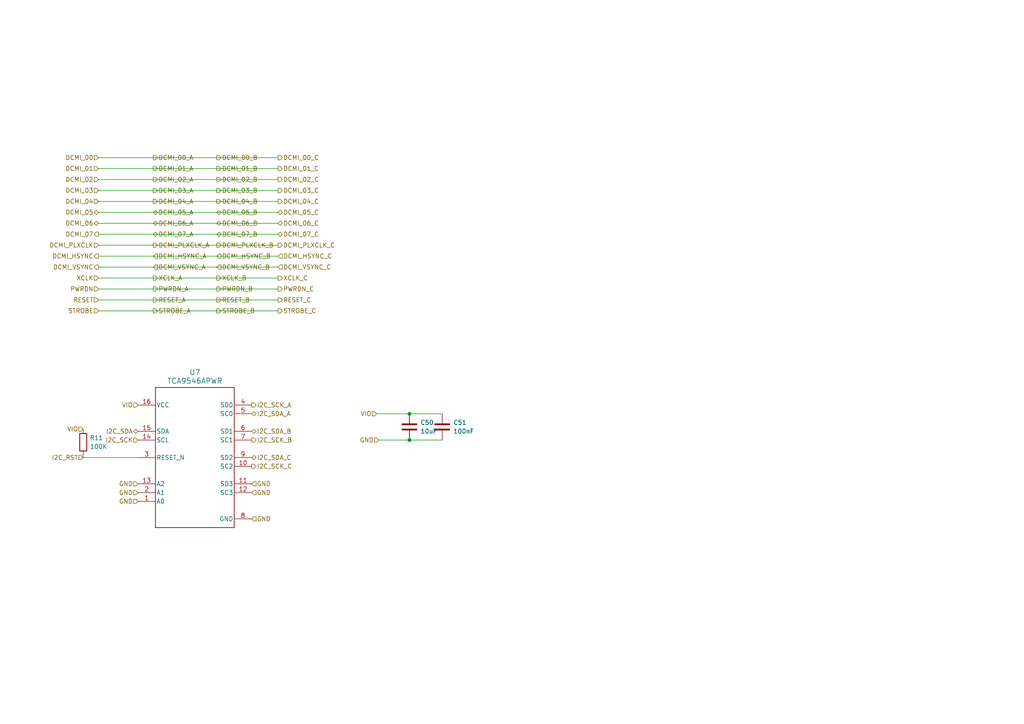
<source format=kicad_sch>
(kicad_sch (version 20250114) (generator "eeschema") (generator_version "9.0")
  (paper "A4")
  (lib_symbols
    (symbol "Common:TCA9546APWR" (pin_names (offset 0.254))
      (property "Reference" "U" (at 0 2.54 0))
      (property "Value" "TCA9546APWR" (at 0 0 0))
      (symbol "TCA9546APWR_0_1"
        (polyline (pts (xy 5.08 5.08) (xy 5.08 -35.56)) (stroke (width 0.2032)))
        (polyline (pts (xy 5.08 -35.56) (xy 27.94 -35.56)) (stroke (width 0.2032)))
        (polyline (pts (xy 27.94 5.08) (xy 5.08 5.08)) (stroke (width 0.2032)))
        (polyline (pts (xy 27.94 -35.56) (xy 27.94 5.08)) (stroke (width 0.2032)))
        (pin power_in line (at 0 0 0) (length 5.08) (name "VCC") (number "16"))
        (pin bidirectional line (at 0 -7.62 0) (length 5.08) (name "SDA") (number "15"))
        (pin bidirectional line (at 0 -10.16 0) (length 5.08) (name "SCL") (number "14"))
        (pin input line (at 0 -15.24 0) (length 5.08) (name "RESET_N") (number "3"))
        (pin input line (at 0 -22.86 0) (length 5.08) (name "A2") (number "13"))
        (pin input line (at 0 -25.4 0) (length 5.08) (name "A1") (number "2"))
        (pin input line (at 0 -27.94 0) (length 5.08) (name "A0") (number "1"))
        (pin bidirectional line (at 33.02 0 180) (length 5.08) (name "SD0") (number "4"))
        (pin bidirectional line (at 33.02 -2.54 180) (length 5.08) (name "SC0") (number "5"))
        (pin bidirectional line (at 33.02 -7.62 180) (length 5.08) (name "SD1") (number "6"))
        (pin bidirectional line (at 33.02 -10.16 180) (length 5.08) (name "SC1") (number "7"))
        (pin bidirectional line (at 33.02 -15.24 180) (length 5.08) (name "SD2") (number "9"))
        (pin bidirectional line (at 33.02 -17.78 180) (length 5.08) (name "SC2") (number "10"))
        (pin bidirectional line (at 33.02 -22.86 180) (length 5.08) (name "SD3") (number "11"))
        (pin bidirectional line (at 33.02 -25.4 180) (length 5.08) (name "SC3") (number "12"))
        (pin power_in line (at 33.02 -33.02 180) (length 5.08) (name "GND") (number "8"))
      )
    )
    (symbol "Device:C" (pin_numbers (hide yes)) (pin_names (offset 0.254))
      (property "Reference" "C" (at 0.635 2.54 0))
      (property "Value" "C" (at 0.635 -2.54 0))
      (symbol "C_0_1"
        (polyline (pts (xy -2.032 0.762) (xy 2.032 0.762)) (stroke (width 0.508)))
        (polyline (pts (xy -2.032 -0.762) (xy 2.032 -0.762)) (stroke (width 0.508)))
      )
      (symbol "C_1_1"
        (pin passive line (at 0 3.81 270) (length 2.794) (name "~") (number "1"))
        (pin passive line (at 0 -3.81 90) (length 2.794) (name "~") (number "2"))
      )
    )
    (symbol "Device:R" (pin_numbers (hide yes)) (pin_names (offset 0))
      (property "Reference" "R" (at 2.032 0 90))
      (property "Value" "R" (at 0 0 90))
      (symbol "R_0_1"
        (rectangle (start -1.016 -2.54) (end 1.016 2.54) (stroke (width 0.254)))
      )
      (symbol "R_1_1"
        (pin passive line (at 0 3.81 270) (length 1.27) (name "~") (number "1"))
        (pin passive line (at 0 -3.81 90) (length 1.27) (name "~") (number "2"))
      )
    )
  )
  (junction (at 118.745 127.635))
  (junction (at 118.745 120.015))
  (wire (pts (xy 28.575 64.77) (xy 80.645 64.77)))
  (wire (pts (xy 28.575 45.72) (xy 80.645 45.72)))
  (wire (pts (xy 118.745 120.015) (xy 128.27 120.015)))
  (wire (pts (xy 28.575 67.945) (xy 80.645 67.945)))
  (wire (pts (xy 28.575 48.895) (xy 80.645 48.895)))
  (wire (pts (xy 109.22 120.015) (xy 118.745 120.015)))
  (wire (pts (xy 28.575 80.645) (xy 80.645 80.645)))
  (wire (pts (xy 109.855 127.635) (xy 118.745 127.635)))
  (wire (pts (xy 118.745 127.635) (xy 128.27 127.635)))
  (wire (pts (xy 28.575 55.245) (xy 80.645 55.245)))
  (wire (pts (xy 28.575 90.17) (xy 80.645 90.17)))
  (wire (pts (xy 28.575 52.07) (xy 80.645 52.07)))
  (wire (pts (xy 28.575 83.82) (xy 80.645 83.82)))
  (wire (pts (xy 24.13 132.08) (xy 24.13 132.715)))
  (wire (pts (xy 28.575 71.12) (xy 80.645 71.12)))
  (wire (pts (xy 28.575 86.995) (xy 80.645 86.995)))
  (wire (pts (xy 40.005 132.715) (xy 24.13 132.715)))
  (wire (pts (xy 28.575 77.47) (xy 80.645 77.47)))
  (wire (pts (xy 28.575 61.595) (xy 80.645 61.595)))
  (wire (pts (xy 28.575 74.295) (xy 80.645 74.295)))
  (wire (pts (xy 28.575 58.42) (xy 80.645 58.42)))
  (hierarchical_label "VIO" (shape input) (at 40.005 117.475 180))
  (hierarchical_label "PWRDN" (shape input) (at 28.575 83.82 180))
  (hierarchical_label "I2C_SDA" (shape bidirectional) (at 40.005 125.095 180))
  (hierarchical_label "RESET_B" (shape output) (at 62.865 86.995 0))
  (hierarchical_label "DCMI_01_C" (shape output) (at 80.645 48.895 0))
  (hierarchical_label "PWRDN_C" (shape output) (at 80.645 83.82 0))
  (hierarchical_label "GND" (shape input) (at 40.005 145.415 180))
  (hierarchical_label "DCMI_05_B" (shape bidirectional) (at 62.865 61.595 0))
  (hierarchical_label "RESET_A" (shape output) (at 44.45 86.995 0))
  (hierarchical_label "DCMI_06_C" (shape bidirectional) (at 80.645 64.77 0))
  (hierarchical_label "DCMI_04_A" (shape output) (at 44.45 58.42 0))
  (hierarchical_label "DCMI_VSYNC_C" (shape input) (at 80.645 77.47 0))
  (hierarchical_label "DCMI_HSYNC_C" (shape input) (at 80.645 74.295 0))
  (hierarchical_label "DCMI_05_A" (shape bidirectional) (at 44.45 61.595 0))
  (hierarchical_label "DCMI_06_A" (shape bidirectional) (at 44.45 64.77 0))
  (hierarchical_label "XCLK_C" (shape output) (at 80.645 80.645 0))
  (hierarchical_label "DCMI_01" (shape input) (at 28.575 48.895 180))
  (hierarchical_label "I2C_SCK_A" (shape output) (at 73.025 117.475 0))
  (hierarchical_label "DCMI_07" (shape output) (at 28.575 67.945 180))
  (hierarchical_label "XCLK_A" (shape output) (at 44.45 80.645 0))
  (hierarchical_label "I2C_SCK" (shape input) (at 40.005 127.635 180))
  (hierarchical_label "DCMI_00_B" (shape output) (at 62.865 45.72 0))
  (hierarchical_label "DCMI_01_B" (shape output) (at 62.865 48.895 0))
  (hierarchical_label "DCMI_07_A" (shape bidirectional) (at 44.45 67.945 0))
  (hierarchical_label "DCMI_VSYNC" (shape output) (at 28.575 77.47 180))
  (hierarchical_label "DCMI_PLXCLK_B" (shape output) (at 62.865 71.12 0))
  (hierarchical_label "DCMI_06_B" (shape bidirectional) (at 62.865 64.77 0))
  (hierarchical_label "DCMI_02_A" (shape output) (at 44.45 52.07 0))
  (hierarchical_label "VIO" (shape input) (at 24.13 124.46 180))
  (hierarchical_label "RESET" (shape input) (at 28.575 86.995 180))
  (hierarchical_label "XCLK_B" (shape output) (at 62.865 80.645 0))
  (hierarchical_label "DCMI_03_A" (shape output) (at 44.45 55.245 0))
  (hierarchical_label "GND" (shape input) (at 40.005 140.335 180))
  (hierarchical_label "DCMI_07_B" (shape bidirectional) (at 62.865 67.945 0))
  (hierarchical_label "STROBE_C" (shape output) (at 80.645 90.17 0))
  (hierarchical_label "DCMI_00_A" (shape output) (at 44.45 45.72 0))
  (hierarchical_label "I2C_SDA_B" (shape bidirectional) (at 73.025 125.095 0))
  (hierarchical_label "I2C_SCK_B" (shape output) (at 73.025 127.635 0))
  (hierarchical_label "GND" (shape input) (at 40.005 142.875 180))
  (hierarchical_label "I2C_RST" (shape input) (at 24.13 132.715 180))
  (hierarchical_label "DCMI_04_B" (shape output) (at 62.865 58.42 0))
  (hierarchical_label "DCMI_HSYNC_A" (shape input) (at 44.45 74.295 0))
  (hierarchical_label "DCMI_01_A" (shape output) (at 44.45 48.895 0))
  (hierarchical_label "DCMI_06" (shape bidirectional) (at 28.575 64.77 180))
  (hierarchical_label "DCMI_04_C" (shape output) (at 80.645 58.42 0))
  (hierarchical_label "GND" (shape input) (at 73.025 150.495 0))
  (hierarchical_label "DCMI_02" (shape input) (at 28.575 52.07 180))
  (hierarchical_label "XCLK" (shape input) (at 28.575 80.645 180))
  (hierarchical_label "RESET_C" (shape output) (at 80.645 86.995 0))
  (hierarchical_label "I2C_SDA_C" (shape bidirectional) (at 73.025 132.715 0))
  (hierarchical_label "STROBE" (shape input) (at 28.575 90.17 180))
  (hierarchical_label "DCMI_07_C" (shape bidirectional) (at 80.645 67.945 0))
  (hierarchical_label "GND" (shape input) (at 109.855 127.635 180))
  (hierarchical_label "I2C_SDA_A" (shape bidirectional) (at 73.025 120.015 0))
  (hierarchical_label "PWRDN_B" (shape output) (at 62.865 83.82 0))
  (hierarchical_label "DCMI_PLXCLK" (shape input) (at 28.575 71.12 180))
  (hierarchical_label "DCMI_HSYNC_B" (shape input) (at 62.865 74.295 0))
  (hierarchical_label "DCMI_00_C" (shape output) (at 80.645 45.72 0))
  (hierarchical_label "DCMI_05_C" (shape bidirectional) (at 80.645 61.595 0))
  (hierarchical_label "DCMI_VSYNC_A" (shape input) (at 44.45 77.47 0))
  (hierarchical_label "PWRDN_A" (shape output) (at 44.45 83.82 0))
  (hierarchical_label "DCMI_VSYNC_B" (shape input) (at 62.865 77.47 0))
  (hierarchical_label "GND" (shape input) (at 73.025 142.875 0))
  (hierarchical_label "DCMI_02_B" (shape output) (at 62.865 52.07 0))
  (hierarchical_label "VIO" (shape input) (at 109.22 120.015 180))
  (hierarchical_label "GND" (shape input) (at 73.025 140.335 0))
  (hierarchical_label "I2C_SCK_C" (shape output) (at 73.025 135.255 0))
  (hierarchical_label "DCMI_PLXCLK_A" (shape output) (at 44.45 71.12 0))
  (hierarchical_label "STROBE_B" (shape output) (at 62.865 90.17 0))
  (hierarchical_label "DCMI_03_C" (shape output) (at 80.645 55.245 0))
  (hierarchical_label "STROBE_A" (shape output) (at 44.45 90.17 0))
  (hierarchical_label "DCMI_PLXCLK_C" (shape output) (at 80.645 71.12 0))
  (hierarchical_label "DCMI_HSYNC" (shape output) (at 28.575 74.295 180))
  (hierarchical_label "DCMI_00" (shape input) (at 28.575 45.72 180))
  (hierarchical_label "DCMI_04" (shape input) (at 28.575 58.42 180))
  (hierarchical_label "DCMI_05" (shape bidirectional) (at 28.575 61.595 180))
  (hierarchical_label "DCMI_03" (shape input) (at 28.575 55.245 180))
  (hierarchical_label "DCMI_02_C" (shape output) (at 80.645 52.07 0))
  (hierarchical_label "DCMI_03_B" (shape output) (at 62.865 55.245 0))
  (symbol (lib_id "Device:C") (at 118.745 123.825 0) (unit 1)
    (property "Reference" "C50" (at 121.92 122.5549 0) (effects (justify left)))
    (property "Value" "10uF" (at 121.92 125.0949 0) (effects (justify left)))
    (property "Footprint" "Capacitor_SMD:C_0603_1608Metric_Pad1.08x0.95mm_HandSolder" (effects (hide yes)))
    (property "Datasheet" "https://search.murata.co.jp/Ceramy/image/img/A01X/G101/ENG/GRM188R61E106KA73-01.pdf" (effects (hide yes)))
    (property "Description" "Unpolarized capacitor" (effects (hide yes)))
    (property "Tolerance" "10" (effects (hide yes)))
    (property "Voltage" "25" (effects (hide yes)))
    (property "Temperture Coefficient" "X5R" (effects (hide yes)))
    (property "Manufacturer" "Murata" (effects (hide yes)))
    (property "Part Number" "GRM188R61E106KA73D" (effects (hide yes)))
  )
  (symbol (lib_id "Common:TCA9546APWR") (at 40.005 117.475 0) (unit 1)
    (property "Reference" "U7" (at 56.515 107.95 0) (effects (font (size 1.524 1.524))))
    (property "Value" "TCA9546APWR" (at 56.515 110.49 0) (effects (font (size 1.524 1.524))))
    (property "Footprint" "Package_SO:TSSOP-16_4.4x5mm_P0.65mm" (effects (hide yes)))
    (property "Datasheet" "https://www.ti.com/lit/ds/symlink/tca9546a.pdf?HQS=dis-dk-null-digikeymode-dsf-pf-null-wwe&ts=1748496252292&ref_url=https%253A%252F%252Fwww.ti.com%252Fgeneral%252Fdocs%252Fsuppproductinfo.tsp%253FdistId%253D10%2526gotoUrl%253Dhttps%253A%252F%252Fwww.ti.com%252Flit%252Fgpn%252Ftca9546a" (effects (hide yes)))
    (property "Description" "IC BUS SWITCH 2 X 1:4 16-TSSOP" (effects (hide yes)))
    (property "Manufacturer" "TI" (effects (hide yes)))
    (property "Part Number" "TCA9546APWR" (effects (hide yes)))
  )
  (symbol (lib_id "Device:R") (at 24.13 128.27 0) (unit 1)
    (property "Reference" "R11" (at 26.035 126.9999 0) (effects (justify left)))
    (property "Value" "100K" (at 26.035 129.5399 0) (effects (justify left)))
    (property "Footprint" "Resistor_SMD:R_0402_1005Metric_Pad0.72x0.64mm_HandSolder" (effects (hide yes)))
    (property "Datasheet" "https://www.yageo.com/upload/media/product/products/datasheet/rchip/PYu-RC_Group_51_RoHS_L_12.pdf" (effects (hide yes)))
    (property "Description" "Resistor" (effects (hide yes)))
    (property "Manufacturer" "YAGEO" (effects (hide yes)))
    (property "Part Number" "RC0402FR-07100KL" (effects (hide yes)))
    (property "Tolerance" "1" (effects (hide yes)))
  )
  (symbol (lib_id "Device:C") (at 128.27 123.825 0) (unit 1)
    (property "Reference" "C51" (at 131.445 122.5549 0) (effects (justify left)))
    (property "Value" "100nF" (at 131.445 125.0949 0) (effects (justify left)))
    (property "Footprint" "Capacitor_SMD:C_0402_1005Metric_Pad0.74x0.62mm_HandSolder" (effects (hide yes)))
    (property "Datasheet" "https://search.murata.co.jp/Ceramy/image/img/A01X/G101/ENG/GRM155R61E104KA87-01.pdf" (effects (hide yes)))
    (property "Description" "Unpolarized capacitor" (effects (hide yes)))
    (property "Tolerance" "10" (effects (hide yes)))
    (property "Voltage" "25" (effects (hide yes)))
    (property "Temperture Coefficient" "X5R" (effects (hide yes)))
    (property "Manufacturer" "Murata" (effects (hide yes)))
    (property "Part Number" "GRM155R61E104KA87D" (effects (hide yes)))
  )
)
</source>
